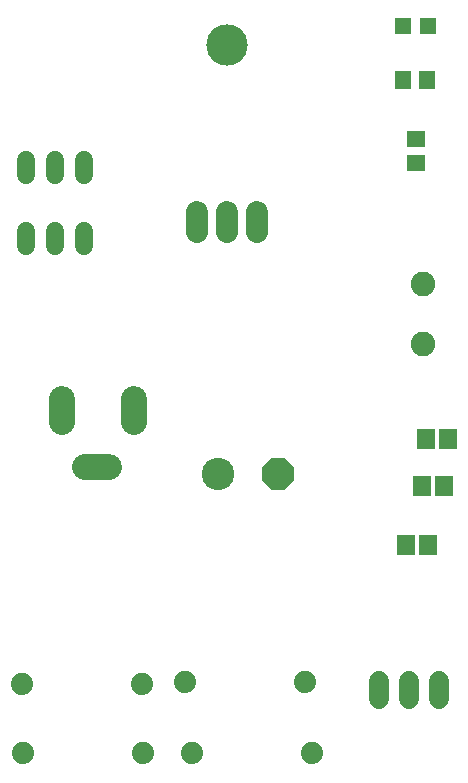
<source format=gbr>
G04 EAGLE Gerber RS-274X export*
G75*
%MOMM*%
%FSLAX34Y34*%
%LPD*%
%INSoldermask Top*%
%IPPOS*%
%AMOC8*
5,1,8,0,0,1.08239X$1,22.5*%
G01*
%ADD10C,2.743200*%
%ADD11P,2.969212X8X22.500000*%
%ADD12R,1.503200X1.703200*%
%ADD13C,1.879600*%
%ADD14C,2.082800*%
%ADD15C,1.879600*%
%ADD16C,3.505200*%
%ADD17C,1.727200*%
%ADD18R,1.503200X1.403200*%
%ADD19R,1.403200X1.403200*%
%ADD20C,2.203200*%
%ADD21R,1.403200X1.503200*%
%ADD22C,1.524000*%


D10*
X256300Y426200D03*
D11*
X307100Y426200D03*
D12*
X432700Y456400D03*
X451700Y456400D03*
X429200Y416400D03*
X448200Y416400D03*
X415700Y366400D03*
X434700Y366400D03*
D13*
X192500Y248600D03*
X90900Y248600D03*
X330300Y250200D03*
X228700Y250200D03*
X193300Y190200D03*
X91700Y190200D03*
X336300Y190200D03*
X234700Y190200D03*
D14*
X430100Y536800D03*
X430100Y587600D03*
D15*
X239200Y631418D02*
X239200Y648182D01*
X264600Y648182D02*
X264600Y631418D01*
X290000Y631418D02*
X290000Y648182D01*
D16*
X264600Y789660D03*
D17*
X392800Y251320D02*
X392800Y236080D01*
X418200Y236080D02*
X418200Y251320D01*
X443600Y251320D02*
X443600Y236080D01*
D18*
X424400Y689740D03*
X424400Y710060D03*
D19*
X434200Y805600D03*
X413200Y805600D03*
D20*
X185300Y490500D02*
X185300Y470500D01*
X124300Y470500D02*
X124300Y490500D01*
X144300Y432500D02*
X164300Y432500D01*
D21*
X413440Y759900D03*
X433760Y759900D03*
D22*
X143592Y632632D02*
X143592Y619424D01*
X93808Y619424D02*
X93808Y632632D01*
X143592Y679368D02*
X143592Y692576D01*
X93808Y692576D02*
X93808Y679368D01*
X118700Y632632D02*
X118700Y619424D01*
X118700Y679368D02*
X118700Y692576D01*
M02*

</source>
